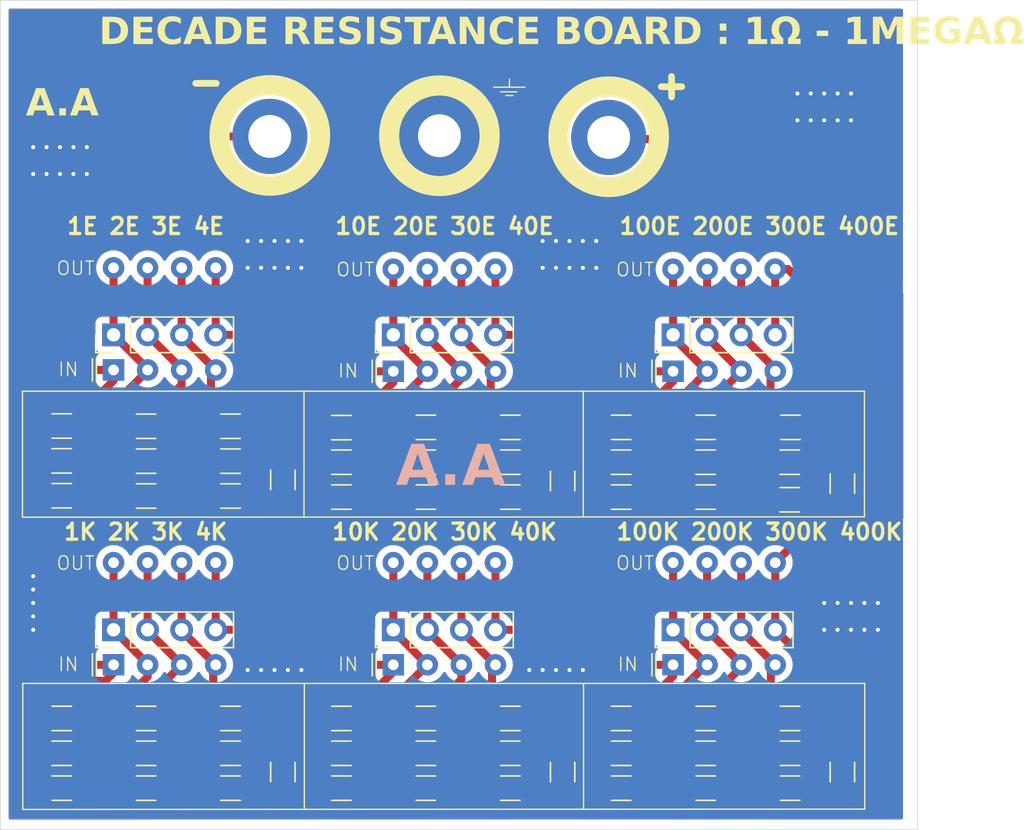
<source format=kicad_pcb>
(kicad_pcb (version 20240108) (generator "pcbnew") (generator_version "8.0")
  (layers (0 "F.Cu" signal) (31 "B.Cu" signal) (34 "B.Paste" user) (35 "F.Paste" user) (36 "B.SilkS" user "B.Silkscreen") (37 "F.SilkS" user "F.Silkscreen") (38 "B.Mask" user) (39 "F.Mask" user) (44 "Edge.Cuts" user))
  (net 0 "")
  (net 1 "Net-(R2-Pad2)")
  (net 2 "Net-(R4-Pad2)")
  (net 3 "Net-(R10-Pad2)")
  (net 4 "Net-(R14-Pad2)")
  (net 5 "Net-(R24-Pad2)")
  (net 6 "Net-(R34-Pad2)")
  (net 7 "Net-(R44-Pad2)")
  (net 8 "Net-(R54-Pad2)")
  (net 9 "/MAIN_OUT")
  (net 10 "/MAIN_IN")
  (net 11 "/2E_IN")
  (net 12 "/3E_IN")
  (net 13 "Net-(R5-Pad1)")
  (net 14 "/4E_IN")
  (net 15 "Net-(R7-Pad2)")
  (net 16 "Net-(R8-Pad1)")
  (net 17 "/10E_IN")
  (net 18 "/20E_IN")
  (net 19 "Net-(R12-Pad2)")
  (net 20 "/30E_IN")
  (net 21 "Net-(R15-Pad1)")
  (net 22 "/40E_IN")
  (net 23 "Net-(R17-Pad2)")
  (net 24 "Net-(R18-Pad1)")
  (net 25 "Net-(R19-Pad2)")
  (net 26 "/100E_IN")
  (net 27 "/200E_IN")
  (net 28 "Net-(R22-Pad2)")
  (net 29 "/300E_IN")
  (net 30 "Net-(R25-Pad1)")
  (net 31 "/400E_IN")
  (net 32 "Net-(R27-Pad2)")
  (net 33 "Net-(R28-Pad1)")
  (net 34 "Net-(R29-Pad2)")
  (net 35 "Earth")
  (net 36 "/2K_IN")
  (net 37 "/1K_IN")
  (net 38 "Net-(R32-Pad2)")
  (net 39 "/3K_IN")
  (net 40 "Net-(R35-Pad1)")
  (net 41 "/4K_IN")
  (net 42 "Net-(R37-Pad2)")
  (net 43 "Net-(R38-Pad1)")
  (net 44 "Net-(R39-Pad2)")
  (net 45 "/10K_IN")
  (net 46 "/20K_IN")
  (net 47 "Net-(R42-Pad2)")
  (net 48 "/30K_IN")
  (net 49 "Net-(R45-Pad1)")
  (net 50 "/40K_IN")
  (net 51 "Net-(R47-Pad2)")
  (net 52 "Net-(R48-Pad1)")
  (net 53 "Net-(R49-Pad2)")
  (net 54 "/100K_IN")
  (net 55 "/200K_IN")
  (net 56 "Net-(R52-Pad2)")
  (net 57 "/300K_IN")
  (net 58 "Net-(R55-Pad1)")
  (net 59 "/400K_IN")
  (net 60 "Net-(R57-Pad2)")
  (net 61 "Net-(R58-Pad1)")
  (net 62 "Net-(R59-Pad2)")
  (footprint "Resistor_SMD:R_1206_3216Metric" (layer "F.Cu") (at 48.423721 84.61186)
    (property "Reference" "R34" (hide yes))
    (property "Value" "1K")
  )
  (footprint "Package-Custom:DIP-8_Stripped" (layer "F.Cu") (at 87.72628 58.72 90)
    (property "Reference" "SW1" (hide yes))
    (property "Value" "SW_DIP_x04")
  )
  (footprint "Connector_PinHeader_2.54mm:PinHeader_1x04_P2.54mm_Vertical" (layer "F.Cu") (at 66.86 78 90)
    (property "Reference" "J6" (hide yes))
    (property "Value" "Conn_01x04_Pin")
  )
  (footprint "Package-Custom:DIP-8_Stripped" (layer "F.Cu") (at 87.72628 80.61186 90)
    (property "Reference" "SW29" (hide yes))
    (property "Value" "SW_DIP_x04")
  )
  (footprint "Resistor_SMD:R_1206_3216Metric" (layer "F.Cu") (at 75.59 87.21186)
    (property "Reference" "R48" (hide yes))
    (property "Value" "10K")
  )
  (footprint "Resistor_SMD:R_1206_3216Metric" (layer "F.Cu") (at 42.123721 89.81186 180)
    (property "Reference" "R33" (hide yes))
    (property "Value" "1K")
  )
  (footprint "Resistor_SMD:R_1206_3216Metric" (layer "F.Cu") (at 96.45628 84.61186)
    (property "Reference" "R57" (hide yes))
    (property "Value" "100K")
  )
  (footprint "Resistor_SMD:R_1206_3216Metric" (layer "F.Cu") (at 90.161221 62.9)
    (property "Reference" "R24" (hide yes))
    (property "Value" "100E")
  )
  (footprint "Resistor_SMD:R_1206_3216Metric" (layer "F.Cu") (at 90.161221 84.61186)
    (property "Reference" "R54" (hide yes))
    (property "Value" "100K")
  )
  (footprint "Package-Custom:DIP-8_Stripped" (layer "F.Cu") (at 45.993721 80.61186 90)
    (property "Reference" "SW27" (hide yes))
    (property "Value" "SW_DIP_x04")
  )
  (footprint "Resistor_SMD:R_1206_3216Metric" (layer "F.Cu") (at 83.85628 68.1 180)
    (property "Reference" "R23" (hide yes))
    (property "Value" "100E")
  )
  (footprint "Resistor_SMD:R_1206_3216Metric" (layer "F.Cu") (at 54.723721 65.42)
    (property "Reference" "R8" (hide yes))
    (property "Value" "1E")
  )
  (footprint "Resistor_SMD:R_1206_3216Metric" (layer "F.Cu") (at 62.99 89.81186 180)
    (property "Reference" "R43" (hide yes))
    (property "Value" "10K")
  )
  (footprint "Resistor_SMD:R_1206_3216Metric" (layer "F.Cu") (at 75.59 65.5)
    (property "Reference" "R18" (hide yes))
    (property "Value" "10E")
  )
  (footprint "Resistor_SMD:R_1206_3216Metric" (layer "F.Cu") (at 69.29 68.1)
    (property "Reference" "R16" (hide yes))
    (property "Value" "10E")
  )
  (footprint "Resistor_SMD:R_1206_3216Metric" (layer "F.Cu") (at 96.45628 89.81186)
    (property "Reference" "R59" (hide yes))
    (property "Value" "100K")
  )
  (footprint "Resistor_SMD:R_1206_3216Metric" (layer "F.Cu") (at 48.423721 62.82)
    (property "Reference" "R4" (hide yes))
    (property "Value" "1E")
  )
  (footprint "Connector_PinHeader_2.54mm:PinHeader_1x04_P2.54mm_Vertical" (layer "F.Cu") (at 45.993721 56 90)
    (property "Reference" "J3" (hide yes))
    (property "Value" "Conn_01x04_Pin")
  )
  (footprint "Resistor_SMD:R_1206_3216Metric" (layer "F.Cu") (at 54.723721 89.81186)
    (property "Reference" "R39" (hide yes))
    (property "Value" "1K")
  )
  (footprint "Resistor_SMD:R_1206_3216Metric" (layer "F.Cu") (at 42.123721 65.4 180)
    (property "Reference" "R2" (hide yes))
    (property "Value" "1E")
  )
  (footprint "Connector_PinHeader_2.54mm:PinHeader_1x04_P2.54mm_Vertical" (layer "F.Cu") (at 66.86 56 90)
    (property "Reference" "J4" (hide yes))
    (property "Value" "Conn_01x04_Pin")
  )
  (footprint "Resistor_SMD:R_1206_3216Metric" (layer "F.Cu") (at 69.29 87.21186)
    (property "Reference" "R45" (hide yes))
    (property "Value" "10K")
  )
  (footprint "Connector_PinHeader_2.54mm:PinHeader_1x04_P2.54mm_Vertical" (layer "F.Cu") (at 87.72628 56 90)
    (property "Reference" "J5" (hide yes))
    (property "Value" "Conn_01x04_Pin")
  )
  (footprint "Resistor_SMD:R_1206_3216Metric" (layer "F.Cu") (at 96.48753 62.9)
    (property "Reference" "R27" (hide yes))
    (property "Value" "100E")
  )
  (footprint "Connector_PinHeader_2.54mm:PinHeader_1x04_P2.54mm_Vertical" (layer "F.Cu") (at 45.993721 78 90)
    (property "Reference" "J7" (hide yes))
    (property "Value" "Conn_01x04_Pin")
  )
  (footprint "MountingHole:MountingHole_3.2mm_M3_DIN965_Pad" (layer "F.Cu") (at 70.3 41.15)
    (property "Reference" "J9")
    (property "Value" "Conn_01x01_Socket")
  )
  (footprint "Resistor_SMD:R_1206_3216Metric" (layer "F.Cu") (at 62.99 68.1 180)
    (property "Reference" "R13" (hide yes))
    (property "Value" "10E")
  )
  (footprint "Resistor_SMD:R_1206_3216Metric" (layer "F.Cu") (at 62.99 84.61186)
    (property "Reference" "R41" (hide yes))
    (property "Value" "10K")
  )
  (footprint "Resistor_SMD:R_1206_3216Metric" (layer "F.Cu") (at 96.42503 68.3)
    (property "Reference" "R29" (hide yes))
    (property "Value" "100E")
  )
  (footprint "Resistor_SMD:R_1206_3216Metric" (layer "F.Cu") (at 83.85628 87.21186 180)
    (property "Reference" "R52" (hide yes))
    (property "Value" "100K")
  )
  (footprint "Resistor_SMD:R_1206_3216Metric" (layer "F.Cu") (at 75.59 89.81186)
    (property "Reference" "R49" (hide yes))
    (property "Value" "10K")
  )
  (footprint "Resistor_SMD:R_1206_3216Metric" (layer "F.Cu") (at 79.49 88.61186 -90)
    (property "Reference" "R50" (hide yes))
    (property "Value" "10K")
  )
  (footprint "Resistor_SMD:R_1206_3216Metric" (layer "F.Cu") (at 100.35628 88.61186 -90)
    (property "Reference" "R60" (hide yes))
    (property "Value" "100K")
  )
  (footprint "Resistor_SMD:R_1206_3216Metric" (layer "F.Cu") (at 69.29 62.9)
    (property "Reference" "R14" (hide yes))
    (property "Value" "10E")
  )
  (footprint "Resistor_SMD:R_1206_3216Metric" (layer "F.Cu") (at 42.123721 62.8)
    (property "Reference" "R1" (hide yes))
    (property "Value" "1E")
  )
  (footprint "Resistor_SMD:R_1206_3216Metric" (layer "F.Cu") (at 42.123721 84.61186)
    (property "Reference" "R31" (hide yes))
    (property "Value" "1K")
  )
  (footprint "Resistor_SMD:R_1206_3216Metric" (layer "F.Cu") (at 96.42503 65.5)
    (property "Reference" "R28" (hide yes))
    (property "Value" "100E")
  )
  (footprint "Resistor_SMD:R_1206_3216Metric" (layer "F.Cu") (at 90.161221 89.81186)
    (property "Reference" "R56" (hide yes))
    (property "Value" "100K")
  )
  (footprint "Resistor_SMD:R_1206_3216Metric" (layer "F.Cu") (at 54.723721 62.82)
    (property "Reference" "R7" (hide yes))
    (property "Value" "1E")
  )
  (footprint "Resistor_SMD:R_1206_3216Metric" (layer "F.Cu") (at 90.161221 65.5)
    (property "Reference" "R25" (hide yes))
    (property "Value" "100E")
  )
  (footprint "Resistor_SMD:R_1206_3216Metric" (layer "F.Cu") (at 48.423721 89.81186)
    (property "Reference" "R36" (hide yes))
    (property "Value" "1K")
  )
  (footprint "Resistor_SMD:R_1206_3216Metric" (layer "F.Cu") (at 83.85628 65.5 180)
    (property "Reference" "R22" (hide yes))
    (property "Value" "100E")
  )
  (footprint "Resistor_SMD:R_1206_3216Metric" (layer "F.Cu") (at 83.85628 62.9)
    (property "Reference" "R21" (hide yes))
    (property "Value" "100E")
  )
  (footprint "Resistor_SMD:R_1206_3216Metric" (layer "F.Cu") (at 69.29 65.5)
    (property "Reference" "R15" (hide yes))
    (property "Value" "10E")
  )
  (footprint "Resistor_SMD:R_1206_3216Metric" (layer "F.Cu") (at 62.99 65.5 180)
    (property "Reference" "R12" (hide yes))
    (property "Value" "10E")
  )
  (footprint "Package-Custom:DIP-8_Stripped" (layer "F.Cu") (at 66.86 58.72 90)
    (property "Reference" "SW26" (hide yes))
    (property "Value" "SW_DIP_x04")
  )
  (footprint "Resistor_SMD:R_1206_3216Metric" (layer "F.Cu") (at 48.423721 65.42)
    (property "Reference" "R5" (hide yes))
    (property "Value" "1E")
  )
  (footprint "Resistor_SMD:R_1206_3216Metric" (layer "F.Cu") (at 96.45628 87.21186)
    (property "Reference" "R58" (hide yes))
    (property "Value" "100K")
  )
  (footprint "Resistor_SMD:R_1206_3216Metric" (layer "F.Cu") (at 62.99 62.92)
    (property "Reference" "R11" (hide yes))
    (property "Value" "10E")
  )
  (footprint "Resistor_SMD:R_1206_3216Metric" (layer "F.Cu") (at 75.59 68.1)
    (property "Reference" "R19" (hide yes))
    (property "Value" "10E")
  )
  (footprint "Resistor_SMD:R_1206_3216Metric" (layer "F.Cu") (at 79.49 66.9 -90)
    (property "Reference" "R20" (hide yes))
    (property "Value" "10E")
  )
  (footprint "Resistor_SMD:R_1206_3216Metric" (layer "F.Cu") (at 100.35628 67.1 -90)
    (property "Reference" "R30" (hide yes))
    (property "Value" "100E")
  )
  (footprint "Resistor_SMD:R_1206_3216Metric" (layer "F.Cu") (at 62.99 87.21186 180)
    (property "Reference" "R42" (hide yes))
    (property "Value" "10K")
  )
  (footprint "Resistor_SMD:R_1206_3216Metric" (layer "F.Cu") (at 42.123721 68 180)
    (property "Reference" "R3" (hide yes))
    (property "Value" "1E")
  )
  (footprint "Resistor_SMD:R_1206_3216Metric" (layer "F.Cu") (at 42.123721 87.21186 180)
    (property "Reference" "R32" (hide yes))
    (property "Value" "1K")
  )
  (footprint "Resistor_SMD:R_1206_3216Metric" (layer "F.Cu") (at 75.59 84.61186)
    (property "Reference" "R47" (hide yes))
    (property "Value" "10K")
  )
  (footprint "Resistor_SMD:R_1206_3216Metric" (layer "F.Cu") (at 58.623721 88.61186 -90)
    (property "Reference" "R40" (hide yes))
    (property "Value" "1K")
  )
  (footprint "Connector_PinHeader_2.54mm:PinHeader_1x04_P2.54mm_Vertical" (layer "F.Cu") (at 87.72628 78 90)
    (property "Reference" "J8" (hide yes))
    (property "Value" "Conn_01x04_Pin")
  )
  (footprint "Resistor_SMD:R_1206_3216Metric" (layer "F.Cu") (at 83.85628 84.61186)
    (property "Reference" "R51" (hide yes))
    (property "Value" "100K")
  )
  (footprint "Resistor_SMD:R_1206_3216Metric" (layer "F.Cu") (at 48.423721 87.21186)
    (property "Reference" "R35" (hide yes))
    (property "Value" "1K")
  )
  (footprint "Package-Custom:DIP-8_Stripped" (layer "F.Cu") (at 45.993721 58.62 90)
    (property "Reference" "SW25" (hide yes))
    (property "Value" "SW_DIP_x04")
  )
  (footprint "MountingHole:MountingHole_3.2mm_M3_DIN965_Pad" (layer "F.Cu") (at 57.65 41.2)
    (property "Reference" "J2" (hide yes))
    (property "Value" "Conn_01x01_Socket")
  )
  (footprint "Resistor_SMD:R_1206_3216Metric" (layer "F.Cu") (at 54.723721 84.61186)
    (property "Reference" "R37" (hide yes))
    (property "Value" "1K")
  )
  (footprint "Resistor_SMD:R_1206_3216Metric" (layer "F.Cu") (at 48.423721 68.02)
    (property "Reference" "R6" (hide yes))
    (property "Value" "1E")
  )
  (footprint "Resistor_SMD:R_1206_3216Metric" (layer "F.Cu") (at 90.161221 68.1)
    (property "Reference" "R26" (hide yes))
    (property "Value" "100E")
  )
  (footprint "Resistor_SMD:R_1206_3216Metric" (layer "F.Cu") (at 75.59 62.9)
    (property "Reference" "R17" (hide yes))
    (property "Value" "10E")
  )
  (footprint "Resistor_SMD:R_1206_3216Metric" (layer "F.Cu") (at 54.723721 68.02)
    (property "Reference" "R9" (hide yes))
    (property "Value" "1E")
  )
  (footprint "Resistor_SMD:R_1206_3216Metric" (layer "F.Cu") (at 58.623721 66.82 -90)
    (property "Reference" "R10" (hide yes))
    (property "Value" "1E")
  )
  (footprint "Resistor_SMD:R_1206_3216Metric" (layer "F.Cu") (at 69.29 89.81186)
    (property "Reference" "R46" (hide yes))
    (property "Value" "10K")
  )
  (footprint "Resistor_SMD:R_1206_3216Metric" (layer "F.Cu") (at 83.85628 89.81186 180)
    (property "Reference" "R53" (hide yes))
    (property "Value" "100K")
  )
  (footprint "MountingHole:MountingHole_3.2mm_M3_DIN965_Pad" (layer "F.Cu") (at 82.925 41.275 180)
    (property "Reference" "J1" (hide yes))
    (property "Value" "Conn_01x01_Socket")
  )
  (footprint "Resistor_SMD:R_1206_3216Metric" (layer "F.Cu") (at 54.723721 87.21186)
    (property "Reference" "R38" (hide yes))
    (property "Value" "1K")
  )
  (footprint "Package-Custom:DIP-8_Stripped" (layer "F.Cu") (at 66.86 80.61186 90)
    (property "Reference" "SW28" (hide yes))
    (property "Value" "SW_DIP_x04")
  )
  (footprint "Resistor_SMD:R_1206_3216Metric" (layer "F.Cu") (at 90.161221 87.21186)
    (property "Reference" "R55" (hide yes))
    (property "Value" "100K")
  )
  (footprint "Resistor_SMD:R_1206_3216Metric" (layer "F.Cu") (at 69.29 84.61186)
    (property "Reference" "R44" (hide yes))
    (property "Value" "10K")
  )
  (gr_line (start 102.025 91.375) (end 39.225 91.4) (stroke (width 0.1)) (layer "F.SilkS"))
  (gr_line (start 81.05 82) (end 81.05 91.325) (stroke (width 0.1)) (layer "F.SilkS"))
  (gr_line (start 81.025 60.2) (end 81.025 69.525) (stroke (width 0.1)) (layer "F.SilkS"))
  (gr_line (start 102.025 82) (end 102.025 91.375) (stroke (width 0.1)) (layer "F.SilkS"))
  (gr_line (start 74.85 37.875) (end 76.075 37.875) (stroke (width 0.1)) (layer "F.SilkS"))
  (gr_circle (center 57.65 41.125) (end 61.4 41.125) (stroke (width 1.5)) (fill none) (layer "F.SilkS"))
  (gr_line (start 39.2 60.2) (end 102 60.2) (stroke (width 0.1)) (layer "F.SilkS"))
  (gr_line (start 102 60.2) (end 102 69.575) (stroke (width 0.1)) (layer "F.SilkS"))
  (gr_line (start 39.225 91.4) (end 39.225 82) (stroke (width 0.1)) (layer "F.SilkS"))
  (gr_circle (center 70.3 41.15) (end 74.05 41.15) (stroke (width 1.5)) (fill none) (layer "F.SilkS"))
  (gr_line (start 75.525 36.925) (end 75.5125 37.525) (stroke (width 0.1)) (layer "F.SilkS"))
  (gr_line (start 74.35 37.525) (end 76.675 37.525) (stroke (width 0.1)) (layer "F.SilkS"))
  (gr_line (start 75.25 38.15) (end 75.775 38.15) (stroke (width 0.1)) (layer "F.SilkS"))
  (gr_line (start 39.2 69.6) (end 39.2 60.2) (stroke (width 0.1)) (layer "F.SilkS"))
  (gr_line (start 60.225 82) (end 60.225 91.4) (stroke (width 0.1)) (layer "F.SilkS"))
  (gr_line (start 102 69.575) (end 39.2 69.6) (stroke (width 0.1)) (layer "F.SilkS"))
  (gr_circle (center 82.925 41.225) (end 86.675 41.225) (stroke (width 1.5)) (fill none) (layer "F.SilkS"))
  (gr_line (start 60.2 60.2) (end 60.2 69.6) (stroke (width 0.1)) (layer "F.SilkS"))
  (gr_line (start 39.225 82) (end 102.025 82) (stroke (width 0.1)) (layer "F.SilkS"))
  (gr_rect (start 37.55 31.05) (end 105.95 92.9) (stroke (width 0.05)) (fill none) (layer "Edge.Cuts"))
  (gr_text "A.A" (at 75.225 67.7 0) (layer "B.SilkS") (effects (font (size 3 3) (thickness 0.1)) (justify left bottom mirror)))
  (gr_text "1K 2K 3K 4K" (at 42.171428 71.4 0) (layer "F.SilkS") (effects (font (size 1.2 1.2) (thickness 0.25) (bold yes)) (justify left bottom)))
  (gr_text "10K 20K 30K 40K" (at 62.171428 71.4 0) (layer "F.SilkS") (effects (font (size 1.2 1.2) (thickness 0.25) (bold yes)) (justify left bottom)))
  (gr_text "100E 200E 300E 400E" (at 83.6 48.6 0) (layer "F.SilkS") (effects (font (size 1.2 1.2) (thickness 0.25) (bold yes)) (justify left bottom)))
  (gr_text "100K 200K 300K 400K" (at 83.371428 71.4 0) (layer "F.SilkS") (effects (font (size 1.2 1.2) (thickness 0.25) (bold yes)) (justify left bottom)))
  (gr_text "A.A" (at 39.45 39.975 0) (layer "F.SilkS") (effects (font (size 2 2) (thickness 0.25)) (justify left bottom)))
  (gr_text "10E 20E 30E 40E" (at 62.4 48.6 0) (layer "F.SilkS") (effects (font (size 1.2 1.2) (thickness 0.25) (bold yes)) (justify left bottom)))
  (gr_text "+" (at 86.05 38.525 0) (layer "F.SilkS") (effects (font (size 2 2) (thickness 0.5) (bold yes)) (justify left bottom)))
  (gr_text "1E 2E 3E 4E" (at 42.4 48.6 0) (layer "F.SilkS") (effects (font (size 1.2 1.2) (thickness 0.25) (bold yes)) (justify left bottom)))
  (gr_text "DECADE RESISTANCE BOARD : 1Ω - 1MEGAΩ" (at 44.9 34.65 0) (layer "F.SilkS") (effects (font (size 2 2) (thickness 0.5) (bold yes)) (justify left bottom)))
  (gr_text "-" (at 51.325 38.275 0) (layer "F.SilkS") (effects (font (size 2 2) (thickness 0.5) (bold yes)) (justify left bottom)))
  (segment (start 40.661221 65.4) (end 40.661221 68) (width 0.6) (layer "F.Cu") (net 1))
  (segment (start 49.886221 62.82) (end 49.886221 65.42) (width 0.6) (layer "F.Cu") (net 2))
  (segment (start 56.186221 68.186221) (end 56.4 68.4) (width 0.6) (layer "F.Cu") (net 3))
  (segment (start 56.186221 68.186221) (end 56.2825 68.2825) (width 0.6) (layer "F.Cu") (net 3))
  (segment (start 56.186221 68.02) (end 56.186221 68.186221) (width 0.6) (layer "F.Cu") (net 3))
  (segment (start 56.2825 68.2825) (end 58.623721 68.2825) (width 0.6) (layer "F.Cu") (net 3))
  (segment (start 70.7525 65.5) (end 70.7525 62.9) (width 0.6) (layer "F.Cu") (net 4))
  (segment (start 91.623721 62.9) (end 91.623721 65.5) (width 0.6) (layer "F.Cu") (net 5))
  (segment (start 49.886221 84.61186) (end 49.886221 87.21186) (width 0.6) (layer "F.Cu") (net 6))
  (segment (start 70.7525 87.21186) (end 70.7525 84.61186) (width 0.6) (layer "F.Cu") (net 7))
  (segment (start 91.623721 87.21186) (end 91.623721 84.61186) (width 0.6) (layer "F.Cu") (net 8))
  (segment (start 83.05 41.4) (end 82.925 41.275) (width 0.6) (layer "F.Cu") (net 9))
  (segment (start 96.53814 71.8) (end 102.4 71.8) (width 0.6) (layer "F.Cu") (net 9))
  (segment (start 102.4 71.8) (end 104.6 69.6) (width 0.6) (layer "F.Cu") (net 9))
  (segment (start 104.6 69.6) (end 104.6 53) (width 0.6) (layer "F.Cu") (net 9))
  (segment (start 93 41.4) (end 83.05 41.4) (width 0.6) (layer "F.Cu") (net 9))
  (segment (start 95.34628 72.99186) (end 96.53814 71.8) (width 0.6) (layer "F.Cu") (net 9))
  (segment (start 95.34628 78) (end 95.34628 72.99186) (width 0.6) (layer "F.Cu") (net 9))
  (segment (start 104.6 53) (end 93 41.4) (width 0.6) (layer "F.Cu") (net 9))
  (segment (start 100.35628 87.14936) (end 100.35628 83.01) (width 0.6) (layer "F.Cu") (net 9))
  (segment (start 100.35628 83.01) (end 95.34628 78) (width 0.6) (layer "F.Cu") (net 9))
  (segment (start 43 47.2) (end 49 41.2) (width 0.6) (layer "F.Cu") (net 10))
  (segment (start 45.993721 58.62) (end 45.993721 59.41314) (width 0.6) (layer "F.Cu") (net 10))
  (segment (start 43 57.2) (end 43 47.2) (width 0.6) (layer "F.Cu") (net 10))
  (segment (start 45.993721 59.41314) (end 45.006861 60.4) (width 0.6) (layer "F.Cu") (net 10))
  (segment (start 49 41.2) (end 57.65 41.2) (width 0.6) (layer "F.Cu") (net 10))
  (segment (start 45.006861 60.4) (end 41.8 60.4) (width 0.6) (layer "F.Cu") (net 10))
  (segment (start 44.42 58.62) (end 43 57.2) (width 0.6) (layer "F.Cu") (net 10))
  (segment (start 45.993721 58.62) (end 44.42 58.62) (width 0.6) (layer "F.Cu") (net 10))
  (segment (start 41.8 60.4) (end 40.661221 61.538779) (width 0.6) (layer "F.Cu") (net 10))
  (segment (start 40.661221 61.538779) (end 40.661221 62.8) (width 0.6) (layer "F.Cu") (net 10))
  (segment (start 48.533721 58.666279) (end 48.533721 58.62) (width 0.6) (layer "F.Cu") (net 11))
  (segment (start 48.533721 58.54) (end 45.993721 56) (width 0.6) (layer "F.Cu") (net 11))
  (segment (start 44.4 62.8) (end 48.533721 58.666279) (width 0.6) (layer "F.Cu") (net 11))
  (segment (start 43.586221 62.8) (end 44.4 62.8) (width 0.6) (layer "F.Cu") (net 11))
  (segment (start 48.533721 58.62) (end 48.533721 58.54) (width 0.6) (layer "F.Cu") (net 11))
  (segment (start 45.993721 51) (end 45.993721 56) (width 0.6) (layer "F.Cu") (net 11))
  (segment (start 43.586221 62.8) (end 43.586221 65.4) (width 0.6) (layer "F.Cu") (net 11))
  (segment (start 48.533721 51) (end 48.533721 56) (width 0.6) (layer "F.Cu") (net 12))
  (segment (start 45.2 67.2) (end 45.2 63.8) (width 0.6) (layer "F.Cu") (net 12))
  (segment (start 51.073721 59.726279) (end 51.073721 58.62) (width 0.6) (layer "F.Cu") (net 12))
  (segment (start 46.961221 62.82) (end 46.98 62.82) (width 0.6) (layer "F.Cu") (net 12))
  (segment (start 51.073721 58.54) (end 48.533721 56) (width 0.6) (layer "F.Cu") (net 12))
  (segment (start 43.586221 68) (end 44.4 68) (width 0.6) (layer "F.Cu") (net 12))
  (segment (start 46.98 62.82) (end 49 60.8) (width 0.6) (layer "F.Cu") (net 12))
  (segment (start 45.2 63.8) (end 46.18 62.82) (width 0.6) (layer "F.Cu") (net 12))
  (segment (start 50 60.8) (end 51.073721 59.726279) (width 0.6) (layer "F.Cu") (net 12))
  (segment (start 51.073721 58.62) (end 51.073721 58.54) (width 0.6) (layer "F.Cu") (net 12))
  (segment (start 44.4 68) (end 45.2 67.2) (width 0.6) (layer "F.Cu") (net 12))
  (segment (start 46.18 62.82) (end 46.961221 62.82) (width 0.6) (layer "F.Cu") (net 12))
  (segment (start 49 60.8) (end 50 60.8) (width 0.6) (layer "F.Cu") (net 12))
  (segment (start 46.961221 65.42) (end 46.961221 68.02) (width 0.6) (layer "F.Cu") (net 13))
  (segment (start 51.073721 56) (end 51.073721 56.08) (width 0.6) (layer "F.Cu") (net 14))
  (segment (start 51.073721 56.08) (end 53.613721 58.62) (width 0.6) (layer "F.Cu") (net 14))
  (segment (start 53.261221 58.9725) (end 53.613721 58.62) (width 0.6) (layer "F.Cu") (net 14))
  (segment (start 51.6 67.2) (end 51.6 63.8) (width 0.6) (layer "F.Cu") (net 14))
  (segment (start 51.6 63.8) (end 52.58 62.82) (width 0.6) (layer "F.Cu") (net 14))
  (segment (start 53.261221 62.82) (end 53.261221 58.9725) (width 0.6) (layer "F.Cu") (net 14))
  (segment (start 49.886221 68.02) (end 50.78 68.02) (width 0.6) (layer "F.Cu") (net 14))
  (segment (start 52.58 62.82) (end 53.261221 62.82) (width 0.6) (layer "F.Cu") (net 14))
  (segment (start 50.78 68.02) (end 51.6 67.2) (width 0.6) (layer "F.Cu") (net 14))
  (segment (start 51.073721 51) (end 51.073721 56) (width 0.6) (layer "F.Cu") (net 14))
  (segment (start 56.186221 62.82) (end 56.186221 65.42) (width 0.6) (layer "F.Cu") (net 15))
  (segment (start 53.261221 65.42) (end 53.261221 68.02) (width 0.6) (layer "F.Cu") (net 16))
  (segment (start 64.72 58.72) (end 66.86 58.72) (width 0.6) (layer "F.Cu") (net 17))
  (segment (start 65.6 60.8) (end 63.6475 60.8) (width 0.6) (layer "F.Cu") (net 17))
  (segment (start 63.6475 60.8) (end 61.5275 62.92) (width 0.6) (layer "F.Cu") (net 17))
  (segment (start 66.86 58.72) (end 66.86 59.54) (width 0.6) (layer "F.Cu") (net 17))
  (segment (start 66.86 59.54) (end 65.6 60.8) (width 0.6) (layer "F.Cu") (net 17))
  (segment (start 53.613721 56) (end 62 56) (width 0.6) (layer "F.Cu") (net 17))
  (segment (start 53.613721 56) (end 53.613721 51) (width 0.6) (layer "F.Cu") (net 17))
  (segment (start 58.623721 65.3575) (end 58.623721 63.576279) (width 0.6) (layer "F.Cu") (net 17))
  (segment (start 59.28 62.92) (end 61.5275 62.92) (width 0.6) (layer "F.Cu") (net 17))
  (segment (start 58.623721 63.576279) (end 59.28 62.92) (width 0.6) (layer "F.Cu") (net 17))
  (segment (start 62 56) (end 64.72 58.72) (width 0.6) (layer "F.Cu") (net 17))
  (segment (start 69.4 58.8) (end 69.4 58.72) (width 0.6) (layer "F.Cu") (net 18))
  (segment (start 66.86 56) (end 66.86 56.18) (width 0.6) (layer "F.Cu") (net 18))
  (segment (start 66.86 56.18) (end 69.4 58.72) (width 0.6) (layer "F.Cu") (net 18))
  (segment (start 65.28 62.92) (end 69.4 58.8) (width 0.6) (layer "F.Cu") (net 18))
  (segment (start 64.4525 62.92) (end 65.28 62.92) (width 0.6) (layer "F.Cu") (net 18))
  (segment (start 66.86 51.1) (end 66.86 56) (width 0.6) (layer "F.Cu") (net 18))
  (segment (start 64.4525 65.5) (end 64.4525 62.92) (width 0.6) (layer "F.Cu") (net 18))
  (segment (start 61.5275 65.5) (end 61.5275 68.1) (width 0.6) (layer "F.Cu") (net 19))
  (segment (start 68.3 62.9) (end 71.94 59.26) (width 0.6) (layer "F.Cu") (net 20))
  (segment (start 69.4 51.1) (end 69.4 56) (width 0.6) (layer "F.Cu") (net 20))
  (segment (start 66.9 62.9) (end 67.8275 62.9) (width 0.6) (layer "F.Cu") (net 20))
  (segment (start 67.8275 62.9) (end 68.3 62.9) (width 0.6) (layer "F.Cu") (net 20))
  (segment (start 64.4525 68.1) (end 66 66.5525) (width 0.6) (layer "F.Cu") (net 20))
  (segment (start 66 63.8) (end 66.9 62.9) (width 0.6) (layer "F.Cu") (net 20))
  (segment (start 71.94 59.26) (end 71.94 58.72) (width 0.6) (layer "F.Cu") (net 20))
  (segment (start 69.4 56) (end 69.4 56.18) (width 0.6) (layer "F.Cu") (net 20))
  (segment (start 69.4 56.18) (end 71.94 58.72) (width 0.6) (layer "F.Cu") (net 20))
  (segment (start 66 66.5525) (end 66 63.8) (width 0.6) (layer "F.Cu") (net 20))
  (segment (start 67.8275 65.5) (end 67.8275 68.1) (width 0.6) (layer "F.Cu") (net 21))
  (segment (start 71.94 56) (end 71.94 56.18) (width 0.6) (layer "F.Cu") (net 22))
  (segment (start 71.94 56.18) (end 74.48 58.72) (width 0.6) (layer "F.Cu") (net 22))
  (segment (start 70.7525 68.1) (end 72.1 68.1) (width 0.6) (layer "F.Cu") (net 22))
  (segment (start 72.6 63.4) (end 73.1 62.9) (width 0.6) (layer "F.Cu") (net 22))
  (segment (start 72.6 67.6) (end 72.6 63.4) (width 0.6) (layer "F.Cu") (net 22))
  (segment (start 71.94 51.1) (end 71.94 56) (width 0.6) (layer "F.Cu") (net 22))
  (segment (start 74.1275 59.0725) (end 74.48 58.72) (width 0.6) (layer "F.Cu") (net 22))
  (segment (start 72.1 68.1) (end 72.6 67.6) (width 0.6) (layer "F.Cu") (net 22))
  (segment (start 74.1275 62.9) (end 74.1275 59.0725) (width 0.6) (layer "F.Cu") (net 22))
  (segment (start 73.1 62.9) (end 74.1275 62.9) (width 0.6) (layer "F.Cu") (net 22))
  (segment (start 77.0525 62.9) (end 77.0525 65.5) (width 0.6) (layer "F.Cu") (net 23))
  (segment (start 74.1275 65.5) (end 74.1275 68.1) (width 0.6) (layer "F.Cu") (net 24))
  (segment (start 77.0525 68.1) (end 77.0525 68.2525) (width 0.6) (layer "F.Cu") (net 25))
  (segment (start 77.0525 68.2525) (end 77.1625 68.3625) (width 0.6) (layer "F.Cu") (net 25))
  (segment (start 77.1625 68.3625) (end 79.49 68.3625) (width 0.6) (layer "F.Cu") (net 25))
  (segment (start 77.0525 68.2525) (end 77.2 68.4) (width 0.6) (layer "F.Cu") (net 25))
  (segment (start 85.72 58.72) (end 87.72628 58.72) (width 0.6) (layer "F.Cu") (net 26))
  (segment (start 79.49 65.4375) (end 79.49 63.71) (width 0.6) (layer "F.Cu") (net 26))
  (segment (start 82.39378 61.40622) (end 83 60.8) (width 0.6) (layer "F.Cu") (net 26))
  (segment (start 80.3 62.9) (end 82.39378 62.9) (width 0.6) (layer "F.Cu") (net 26))
  (segment (start 79.49 63.71) (end 80.3 62.9) (width 0.6) (layer "F.Cu") (net 26))
  (segment (start 82.39378 62.9) (end 82.39378 61.40622) (width 0.6) (layer "F.Cu") (net 26))
  (segment (start 86.4 60.8) (end 87.72628 59.47372) (width 0.6) (layer "F.Cu") (net 26))
  (segment (start 83 56) (end 85.72 58.72) (width 0.6) (layer "F.Cu") (net 26))
  (segment (start 74.48 51.1) (end 74.48 56) (width 0.6) (layer "F.Cu") (net 26))
  (segment (start 74.48 56) (end 83 56) (width 0.6) (layer "F.Cu") (net 26))
  (segment (start 87.72628 59.47372) (end 87.72628 58.72) (width 0.6) (layer "F.Cu") (net 26))
  (segment (start 83 60.8) (end 86.4 60.8) (width 0.6) (layer "F.Cu") (net 26))
  (segment (start 87.72628 51.1) (end 87.72628 56) (width 0.6) (layer "F.Cu") (net 27))
  (segment (start 87.72628 56) (end 87.72628 56.18) (width 0.6) (layer "F.Cu") (net 27))
  (segment (start 85.31878 62.9) (end 85.31878 65.5) (width 0.6) (layer "F.Cu") (net 27))
  (segment (start 87.72628 56.18) (end 90.26628 58.72) (width 0.6) (layer "F.Cu") (net 27))
  (segment (start 85.31878 62.9) (end 86.1 62.9) (width 0.6) (layer "F.Cu") (net 27))
  (segment (start 90.26628 58.73372) (end 90.26628 58.72) (width 0.6) (layer "F.Cu") (net 27))
  (segment (start 86.1 62.9) (end 90.26628 58.73372) (width 0.6) (layer "F.Cu") (net 27))
  (segment (start 82.39378 68.1) (end 82.39378 65.5) (width 0.6) (layer "F.Cu") (net 28))
  (segment (start 90.26628 56) (end 90.26628 56.18) (width 0.6) (layer "F.Cu") (net 29))
  (segment (start 87 64.6) (end 88.698721 62.901279) (width 0.6) (layer "F.Cu") (net 29))
  (segment (start 90.26628 56.18) (end 92.80628 58.72) (width 0.6) (layer "F.Cu") (net 29))
  (segment (start 86.1 68.1) (end 87 67.2) (width 0.6) (layer "F.Cu") (net 29))
  (segment (start 88.698721 62.827559) (end 88.698721 62.9) (width 0.6) (layer "F.Cu") (net 29))
  (segment (start 87 67.2) (end 87 64.6) (width 0.6) (layer "F.Cu") (net 29))
  (segment (start 92.80628 58.72) (end 88.698721 62.827559) (width 0.6) (layer "F.Cu") (net 29))
  (segment (start 88.698721 62.901279) (end 88.698721 62.9) (width 0.6) (layer "F.Cu") (net 29))
  (segment (start 85.31878 68.1) (end 86.1 68.1) (width 0.6) (layer "F.Cu") (net 29))
  (segment (start 90.26628 51.1) (end 90.26628 56) (width 0.6) (layer "F.Cu") (net 29))
  (segment (start 88.698721 65.5) (end 88.698721 68.1) (width 0.6) (layer "F.Cu") (net 30))
  (segment (start 93.4 67.4) (end 93.4 63.6) (width 0.6) (layer "F.Cu") (net 31))
  (segment (start 92.80628 51.1) (end 92.80628 56) (width 0.6) (layer "F.Cu") (net 31))
  (segment (start 95.34628 58.72) (end 95 59.06628) (width 0.6) (layer "F.Cu") (net 31))
  (segment (start 95.34628 58.54) (end 92.80628 56) (width 0.6) (layer "F.Cu") (net 31))
  (segment (start 94.1 62.9) (end 95.02503 62.9) (width 0.6) (layer "F.Cu") (net 31))
  (segment (start 93.4 63.6) (end 94.1 62.9) (width 0.6) (layer "F.Cu") (net 31))
  (segment (start 92.7 68.1) (end 93.4 67.4) (width 0.6) (layer "F.Cu") (net 31))
  (segment (start 91.623721 68.1) (end 92.7 68.1) (width 0.6) (layer "F.Cu") (net 31))
  (segment (start 95.34628 58.72) (end 95.34628 58.54) (width 0.6) (layer "F.Cu") (net 31))
  (segment (start 95 62.87497) (end 95.02503 62.9) (width 0.6) (layer "F.Cu") (net 31))
  (segment (start 95 59.06628) (end 95 62.87497) (width 0.6) (layer "F.Cu") (net 31))
  (segment (start 97.88753 65.5) (end 97.88753 62.9625) (width 0.6) (layer "F.Cu") (net 32))
  (segment (start 97.88753 62.9625) (end 97.95003 62.9) (width 0.6) (layer "F.Cu") (net 32))
  (segment (start 94.96253 65.5) (end 94.96253 68.3) (width 0.6) (layer "F.Cu") (net 33))
  (segment (start 97.88753 68.3) (end 98.18753 68.6) (width 0.6) (layer "F.Cu") (net 34))
  (segment (start 100.31878 68.6) (end 100.35628 68.5625) (width 0.6) (layer "F.Cu") (net 34))
  (segment (start 98.18753 68.6) (end 100.31878 68.6) (width 0.6) (layer "F.Cu") (net 34))
  (via (at 57 49) (size 0.6) (drill 0.3) (layers "F.Cu" "B.Cu") (net 35))
  (via (at 59 81) (size 0.6) (drill 0.3) (layers "F.Cu" "B.Cu") (net 35))
  (via (at 59 51) (size 0.6) (drill 0.3) (layers "F.Cu" "B.Cu") (net 35))
  (via (at 59 49) (size 0.6) (drill 0.3) (layers "F.Cu" "B.Cu") (net 35))
  (via (at 40 78) (size 0.6) (drill 0.3) (layers "F.Cu" "B.Cu") (net 35))
  (via (at 101 40) (size 0.6) (drill 0.3) (layers "F.Cu" "B.Cu") (net 35))
  (via (at 40 42) (size 0.6) (drill 0.3) (layers "F.Cu" "B.Cu") (net 35))
  (via (at 78 49) (size 0.6) (drill 0.3) (layers "F.Cu" "B.Cu") (net 35))
  (via (at 101 78) (size 0.6) (drill 0.3) (layers "F.Cu" "B.Cu") (net 35))
  (via (at 97 38) (size 0.6) (drill 0.3) (layers "F.Cu" "B.Cu") (net 35))
  (via (at 99 38) (size 0.6) (drill 0.3) (layers "F.Cu" "B.Cu") (net 35))
  (via (at 58 49) (size 0.6) (drill 0.3) (layers "F.Cu" "B.Cu") (net 35))
  (via (at 43 42) (size 0.6) (drill 0.3) (layers "F.Cu" "B.Cu") (net 35))
  (via (at 97 40) (size 0.6) (drill 0.3) (layers "F.Cu" "B.Cu") (net 35))
  (via (at 44 42) (size 0.6) (drill 0.3) (layers "F.Cu" "B.Cu") (net 35))
  (via (at 100 78) (size 0.6) (drill 0.3) (layers "F.Cu" "B.Cu") (net 35))
  (via (at 99 76) (size 0.6) (drill 0.3) (layers "F.Cu" "B.Cu") (net 35))
  (via (at 40 77) (size 0.6) (drill 0.3) (layers "F.Cu" "B.Cu") (net 35))
  (via (at 81 51) (size 0.6) (drill 0.3) (layers "F.Cu" "B.Cu") (net 35))
  (via (at 101 38) (size 0.6) (drill 0.3) (layers "F.Cu" "B.Cu") (net 35))
  (via (at 80 81) (size 0.6) (drill 0.3) (layers "F.Cu" "B.Cu") (net 35))
  (via (at 44 44) (size 0.6) (drill 0.3) (layers "F.Cu" "B.Cu") (net 35))
  (via (at 82 49) (size 0.6) (drill 0.3) (layers "F.Cu" "B.Cu") (net 35))
  (via (at 41 44) (size 0.6) (drill 0.3) (layers "F.Cu" "B.Cu") (net 35))
  (via (at 79 49) (size 0.6) (drill 0.3) (layers "F.Cu" "B.Cu") (net 35))
  (via (at 40 44) (size 0.6) (drill 0.3) (layers "F.Cu" "B.Cu") (net 35))
  (via (at 40 75) (size 0.6) (drill 0.3) (layers "F.Cu" "B.Cu") (net 35))
  (via (at 80 51) (size 0.6) (drill 0.3) (layers "F.Cu" "B.Cu") (net 35))
  (via (at 60 49) (size 0.6) (drill 0.3) (layers "F.Cu" "B.Cu") (net 35))
  (via (at 78 51) (size 0.6) (drill 0.3) (layers "F.Cu" "B.Cu") (net 35))
  (via (at 56 81) (size 0.6) (drill 0.3) (layers "F.Cu" "B.Cu") (net 35))
  (via (at 102 76) (size 0.6) (drill 0.3) (layers "F.Cu" "B.Cu") (net 35))
  (via (at 78 81) (size 0.6) (drill 0.3) (layers "F.Cu" "B.Cu") (net 35))
  (via (at 57 51) (size 0.6) (drill 0.3) (layers "F.Cu" "B.Cu") (net 35))
  (via (at 77 81) (size 0.6) (drill 0.3) (layers "F.Cu" "B.Cu") (net 35))
  (via (at 42 42) (size 0.6) (drill 0.3) (layers "F.Cu" "B.Cu") (net 35))
  (via (at 80 49) (size 0.6) (drill 0.3) (layers "F.Cu" "B.Cu") (net 35))
  (via (at 100 38) (size 0.6) (drill 0.3) (layers "F.Cu" "B.Cu") (net 35))
  (via (at 82 51) (size 0.6) (drill 0.3) (layers "F.Cu" "B.Cu") (net 35))
  (via (at 99 40) (size 0.6) (drill 0.3) (layers "F.Cu" "B.Cu") (net 35))
  (via (at 98 38) (size 0.6) (drill 0.3) (layers "F.Cu" "B.Cu") (net 35))
  (via (at 57 81) (size 0.6) (drill 0.3) (layers "F.Cu" "B.Cu") (net 35))
  (via (at 60 81) (size 0.6) (drill 0.3) (layers "F.Cu" "B.Cu") (net 35))
  (via (at 60 51) (size 0.6) (drill 0.3) (layers "F.Cu" "B.Cu") (net 35))
  (via (at 43 44) (size 0.6) (drill 0.3) (layers "F.Cu" "B.Cu") (net 35))
  (via (at 101 76) (size 0.6) (drill 0.3) (layers "F.Cu" "B.Cu") (net 35))
  (via (at 56 49) (size 0.6) (drill 0.3) (layers "F.Cu" "B.Cu") (net 35))
  (via (at 79 81) (size 0.6) (drill 0.3) (layers "F.Cu" "B.Cu") (net 35))
  (via (at 81 49) (size 0.6) (drill 0.3) (layers "F.Cu" "B.Cu") (net 35))
  (via (at 81 81) (size 0.6) (drill 0.3) (layers "F.Cu" "B.Cu") (net 35))
  (via (at 58 51) (size 0.6) (drill 0.3) (layers "F.Cu" "B.Cu") (net 35))
  (via (at 98 40) (size 0.6) (drill 0.3) (layers "F.Cu" "B.Cu") (net 35))
  (via (at 100 76) (size 0.6) (drill 0.3) (layers "F.Cu" "B.Cu") (net 35))
  (via (at 56 51) (size 0.6) (drill 0.3) (layers "F.Cu" "B.Cu") (net 35))
  (via (at 79 51) (size 0.6) (drill 0.3) (layers "F.Cu" "B.Cu") (net 35))
  (via (at 41 42) (size 0.6) (drill 0.3) (layers "F.Cu" "B.Cu") (net 35))
  (via (at 40 76) (size 0.6) (drill 0.3) (layers "F.Cu" "B.Cu") (net 35))
  (via (at 58 81) (size 0.6) (drill 0.3) (layers "F.Cu" "B.Cu") (net 35))
  (via (at 100 40) (size 0.6) (drill 0.3) (layers "F.Cu" "B.Cu") (net 35))
  (via (at 103 78) (size 0.6) (drill 0.3) (layers "F.Cu" "B.Cu") (net 35))
  (via (at 42 44) (size 0.6) (drill 0.3) (layers "F.Cu" "B.Cu") (net 35))
  (via (at 99 78) (size 0.6) (drill 0.3) (layers "F.Cu" "B.Cu") (net 35))
  (via (at 102 78) (size 0.6) (drill 0.3) (layers "F.Cu" "B.Cu") (net 35))
  (via (at 40 74) (size 0.6) (drill 0.3) (layers "F.Cu" "B.Cu") (net 35))
  (via (at 103 76) (size 0.6) (drill 0.3) (layers "F.Cu" "B.Cu") (net 35))
  (segment (start 48.533721 80.61186) (end 48.533721 81.50186) (width 0.6) (layer "F.Cu") (net 36))
  (segment (start 48.533721 81.50186) (end 47.423721 82.61186) (width 0.6) (layer "F.Cu") (net 36))
  (segment (start 48.533721 80.54) (end 45.993721 78) (width 0.6) (layer "F.Cu") (net 36))
  (segment (start 43.586221 84.61186) (end 43.586221 87.21186) (width 0.6) (layer "F.Cu") (net 36))
  (segment (start 44.18814 84.61186) (end 43.586221 84.61186) (width 0.6) (layer "F.Cu") (net 36))
  (segment (start 45.993721 72.99186) (end 45.993721 78) (width 0.6) (layer "F.Cu") (net 36))
  (segment (start 47.423721 82.61186) (end 46.18814 82.61186) (width 0.6) (layer "F.Cu") (net 36))
  (segment (start 46.18814 82.61186) (end 44.18814 84.61186) (width 0.6) (layer "F.Cu") (net 36))
  (segment (start 48.533721 80.61186) (end 48.533721 80.54) (width 0.6) (layer "F.Cu") (net 36))
  (segment (start 40.661221 84.61186) (end 43.473081 81.8) (width 0.6) (layer "F.Cu") (net 37))
  (segment (start 100.4 65.59378) (end 100.35628 65.6375) (width 0.6) (layer "F.Cu") (net 37))
  (segment (start 101.8 70.4) (end 43.8 70.4) (width 0.6) (layer "F.Cu") (net 37))
  (segment (start 103 69.2) (end 101.8 70.4) (width 0.6) (layer "F.Cu") (net 37))
  (segment (start 102.0375 65.6375) (end 103 66.6) (width 0.6) (layer "F.Cu") (net 37))
  (segment (start 103 66.6) (end 103 69.2) (width 0.6) (layer "F.Cu") (net 37))
  (segment (start 41.8 79.8) (end 42.61186 80.61186) (width 0.6) (layer "F.Cu") (net 37))
  (segment (start 95.34628 51.1) (end 95.34628 56) (width 0.6) (layer "F.Cu") (net 37))
  (segment (start 45.993721 81.206279) (end 45.993721 80.61186) (width 0.6) (layer "F.Cu") (net 37))
  (segment (start 42.61186 80.61186) (end 45.993721 80.61186) (width 0.6) (layer "F.Cu") (net 37))
  (segment (start 96.3 51.1) (end 100.4 55.2) (width 0.6) (layer "F.Cu") (net 37))
  (segment (start 43.473081 81.8) (end 45.4 81.8) (width 0.6) (layer "F.Cu") (net 37))
  (segment (start 45.4 81.8) (end 45.993721 81.206279) (width 0.6) (layer "F.Cu") (net 37))
  (segment (start 95.34628 51.1) (end 96.3 51.1) (width 0.6) (layer "F.Cu") (net 37))
  (segment (start 100.4 55.2) (end 100.4 65.59378) (width 0.6) (layer "F.Cu") (net 37))
  (segment (start 100.35628 65.6375) (end 102.0375 65.6375) (width 0.6) (layer "F.Cu") (net 37))
  (segment (start 43.8 70.4) (end 41.8 72.4) (width 0.6) (layer "F.Cu") (net 37))
  (segment (start 41.8 72.4) (end 41.8 79.8) (width 0.6) (layer "F.Cu") (net 37))
  (segment (start 40.661221 87.21186) (end 40.661221 89.81186) (width 0.6) (layer "F.Cu") (net 38))
  (segment (start 46.961221 84.61186) (end 47.073721 84.61186) (width 0.6) (layer "F.Cu") (net 39))
  (segment (start 48.533721 78.07186) (end 51.073721 80.61186) (width 0.6) (layer "F.Cu") (net 39))
  (segment (start 43.586221 89.81186) (end 45.023721 88.37436) (width 0.6) (layer "F.Cu") (net 39))
  (segment (start 48.533721 78) (end 48.533721 78.07186) (width 0.6) (layer "F.Cu") (net 39))
  (segment (start 48.533721 72.99186) (end 48.533721 78) (width 0.6) (layer "F.Cu") (net 39))
  (segment (start 45.023721 88.37436) (end 45.023721 86.54936) (width 0.6) (layer "F.Cu") (net 39))
  (segment (start 47.073721 84.61186) (end 51.073721 80.61186) (width 0.6) (layer "F.Cu") (net 39))
  (segment (start 45.023721 86.54936) (end 46.961221 84.61186) (width 0.6) (layer "F.Cu") (net 39))
  (segment (start 46.961221 87.21186) (end 46.961221 89.81186) (width 0.6) (layer "F.Cu") (net 40))
  (segment (start 51.423721 85.41186) (end 52.223721 84.61186) (width 0.6) (layer "F.Cu") (net 41))
  (segment (start 51.073721 72.99186) (end 51.073721 78) (width 0.6) (layer "F.Cu") (net 41))
  (segment (start 51.423721 88.27436) (end 51.423721 85.41186) (width 0.6) (layer "F.Cu") (net 41))
  (segment (start 53.423721 84.44936) (end 53.261221 84.61186) (width 0.6) (layer "F.Cu") (net 41))
  (segment (start 51.073721 78.07186) (end 53.613721 80.61186) (width 0.6) (layer "F.Cu") (net 41))
  (segment (start 52.223721 84.61186) (end 53.261221 84.61186) (width 0.6) (layer "F.Cu") (net 41))
  (segment (start 51.073721 78) (end 51.073721 78.07186) (width 0.6) (layer "F.Cu") (net 41))
  (segment (start 53.423721 80.80186) (end 53.423721 84.44936) (width 0.6) (layer "F.Cu") (net 41))
  (segment (start 49.886221 89.81186) (end 51.423721 88.27436) (width 0.6) (layer "F.Cu") (net 41))
  (segment (start 53.613721 80.61186) (end 53.423721 80.80186) (width 0.6) (layer "F.Cu") (net 41))
  (segment (start 56.186221 87.21186) (end 56.186221 84.61186) (width 0.6) (layer "F.Cu") (net 42))
  (segment (start 53.261221 87.21186) (end 53.261221 89.81186) (width 0.6) (layer "F.Cu") (net 43))
  (segment (start 58.361221 89.81186) (end 58.623721 90.07436) (width 0.6) (layer "F.Cu") (net 44))
  (segment (start 56.186221 89.81186) (end 58.361221 89.81186) (width 0.6) (layer "F.Cu") (net 44))
  (segment (start 58.623721 87.14936) (end 58.623721 85.61186) (width 0.6) (layer "F.Cu") (net 45))
  (segment (start 53.613721 78) (end 61.4 78) (width 0.6) (layer "F.Cu") (net 45))
  (segment (start 61.5275 84.61186) (end 61.78814 84.61186) (width 0.6) (layer "F.Cu") (net 45))
  (segment (start 59.623721 84.61186) (end 61.5275 84.61186) (width 0.6) (layer "F.Cu") (net 45))
  (segment (start 63.4 83) (end 65 83) (width 0.6) (layer "F.Cu") (net 45))
  (segment (start 61.4 78) (end 64.01186 80.61186) (width 0.6) (layer "F.Cu") (net 45))
  (segment (start 65 83) (end 66.86 81.14) (width 0.6) (layer "F.Cu") (net 45))
  (segment (start 58.623721 85.61186) (end 59.623721 84.61186) (width 0.6) (layer "F.Cu") (net 45))
  (segment (start 64.01186 80.61186) (end 66.86 80.61186) (width 0.6) (layer "F.Cu") (net 45))
  (segment (start 53.613721 72.99186) (end 53.613721 78) (width 0.6) (layer "F.Cu") (net 45))
  (segment (start 61.78814 84.61186) (end 63.4 83) (width 0.6) (layer "F.Cu") (net 45))
  (segment (start 66.86 81.14) (end 66.86 80.61186) (width 0.6) (layer "F.Cu") (net 45))
  (segment (start 64.4525 84.61186) (end 64.4525 87.21186) (width 0.6) (layer "F.Cu") (net 46))
  (segment (start 65.4 84.61186) (end 69.4 80.61186) (width 0.6) (layer "F.Cu") (net 46))
  (segment (start 66.86 78) (end 66.86 78.07186) (width 0.6) (layer "F.Cu") (net 46))
  (segment (start 66.86 78.07186) (end 69.4 80.61186) (width 0.6) (layer "F.Cu") (net 46))
  (segment (start 64.4525 84.61186) (end 65.4 84.61186) (width 0.6) (layer "F.Cu") (net 46))
  (segment (start 66.86 72.99186) (end 66.86 78) (width 0.6) (layer "F.Cu") (net 46))
  (segment (start 61.5275 87.21186) (end 61.5275 89.81186) (width 0.6) (layer "F.Cu") (net 47))
  (segment (start 65.623721 89.81186) (end 66.4 89.035581) (width 0.6) (layer "F.Cu") (net 48))
  (segment (start 69.4 72.99186) (end 69.4 78) (width 0.6) (layer "F.Cu") (net 48))
  (segment (start 64.4525 89.81186) (end 65.623721 89.81186) (width 0.6) (layer "F.Cu") (net 48))
  (segment (start 69.4 78.07186) (end 71.94 80.61186) (width 0.6) (layer "F.Cu") (net 48))
  (segment (start 66.4 89.035581) (end 66.4 86.03936) (width 0.6) (layer "F.Cu") (net 48))
  (segment (start 71.94 81.695581) (end 71.94 80.61186) (width 0.6) (layer "F.Cu") (net 48))
  (segment (start 71.023721 82.61186) (end 71.94 81.695581) (width 0.6) (layer "F.Cu") (net 48))
  (segment (start 66.4 86.03936) (end 67.8275 84.61186) (width 0.6) (layer "F.Cu") (net 48))
  (segment (start 69.223721 82.61186) (end 71.023721 82.61186) (width 0.6) (layer "F.Cu") (net 48))
  (segment (start 67.8275 84.008081) (end 69.223721 82.61186) (width 0.6) (layer "F.Cu") (net 48))
  (segment (start 67.8275 84.61186) (end 67.8275 84.008081) (width 0.6) (layer "F.Cu") (net 48))
  (segment (start 69.4 78) (end 69.4 78.07186) (width 0.6) (layer "F.Cu") (net 48))
  (segment (start 67.8275 87.21186) (end 68.023721 87.21186) (width 0.6) (layer "F.Cu") (net 49))
  (segment (start 67.8275 87.408081) (end 67.8275 89.81186) (width 0.6) (layer "F.Cu") (net 49))
  (segment (start 68.023721 87.21186) (end 67.8275 87.408081) (width 0.6) (layer "F.Cu") (net 49))
  (segment (start 71.94 78) (end 71.94 78.07186) (width 0.6) (layer "F.Cu") (net 50))
  (segment (start 74.48 80.61186) (end 74.223721 80.868139) (width 0.6) (layer "F.Cu") (net 50))
  (segment (start 72.423721 85.21186) (end 72.423721 89.21186) (width 0.6) (layer "F.Cu") (net 50))
  (segment (start 71.94 72.99186) (end 71.94 78) (width 0.6) (layer "F.Cu") (net 50))
  (segment (start 74.1275 84.61186) (end 73.023721 84.61186) (width 0.6) (layer "F.Cu") (net 50))
  (segment (start 74.223721 80.868139) (end 74.223721 84.515639) (width 0.6) (layer "F.Cu") (net 50))
  (segment (start 71.823721 89.81186) (end 70.7525 89.81186) (width 0.6) (layer "F.Cu") (net 50))
  (segment (start 73.023721 84.61186) (end 72.423721 85.21186) (width 0.6) (layer "F.Cu") (net 50))
  (segment (start 72.423721 89.21186) (end 71.823721 89.81186) (width 0.6) (layer "F.Cu") (net 50))
  (segment (start 74.223721 84.515639) (end 74.1275 84.61186) (width 0.6) (layer "F.Cu") (net 50))
  (segment (start 71.94 78.07186) (end 74.48 80.61186) (width 0.6) (layer "F.Cu") (net 50))
  (segment (start 77.0525 84.61186) (end 77.0525 87.21186) (width 0.6) (layer "F.Cu") (net 51))
  (segment (start 74.1275 87.21186) (end 74.1275 89.81186) (width 0.6) (layer "F.Cu") (net 52))
  (segment (start 79.2275 89.81186) (end 79.49 90.07436) (width 0.6) (layer "F.Cu") (net 53))
  (segment (start 77.0525 89.81186) (end 79.2275 89.81186) (width 0.6) (layer "F.Cu") (net 53))
  (segment (start 82.8 82.6) (end 86.6 82.6) (width 0.6) (layer "F.Cu") (net 54))
  (segment (start 82.39378 84.61186) (end 82.39378 83.00622) (width 0.6) (layer "F.Cu") (net 54))
  (segment (start 87.72628 81.47372) (end 87.72628 80.61186) (width 0.6) (layer "F.Cu") (net 54))
  (segment (start 74.48 72.99186) (end 74.48 78) (width 0.6) (layer "F.Cu") (net 54))
  (segment (start 80.8 78) (end 83.41186 80.61186) (width 0.6) (layer "F.Cu") (net 54))
  (segment (start 74.48 78) (end 80.8 78) (width 0.6) (layer "F.Cu") (net 54))
  (segment (start 86.6 82.6) (end 87.72628 81.47372) (width 0.6) (layer "F.Cu") (net 54))
  (segment (start 79.49 85.545581) (end 80.423721 84.61186) (width 0.6) (layer "F.Cu") (net 54))
  (segment (start 83.41186 80.61186) (end 87.72628 80.61186) (width 0.6) (layer "F.Cu") (net 54))
  (segment (start 79.49 87.14936) (end 79.49 85.545581) (width 0.6) (layer "F.Cu") (net 54))
  (segment (start 82.39378 83.00622) (end 82.8 82.6) (width 0.6) (layer "F.Cu") (net 54))
  (segment (start 80.423721 84.61186) (end 82.39378 84.61186) (width 0.6) (layer "F.Cu") (net 54))
  (segment (start 87.72628 72.99186) (end 87.72628 78) (width 0.6) (layer "F.Cu") (net 55))
  (segment (start 90.18814 80.61186) (end 90.26628 80.61186) (width 0.6) (layer "F.Cu") (net 55))
  (segment (start 85.31878 84.61186) (end 85.31878 87.21186) (width 0.6) (layer "F.Cu") (net 55))
  (segment (start 87.72628 78.07186) (end 90.26628 80.61186) (width 0.6) (layer "F.Cu") (net 55))
  (segment (start 85.31878 84.61186) (end 86.18814 84.61186) (width 0.6) (layer "F.Cu") (net 55))
  (segment (start 87.72628 78) (end 87.72628 78.07186) (width 0.6) (layer "F.Cu") (net 55))
  (segment (start 86.18814 84.61186) (end 90.18814 80.61186) (width 0.6) (layer "F.Cu") (net 55))
  (segment (start 82.39378 87.21186) (end 82.39378 89.81186) (width 0.6) (layer "F.Cu") (net 56))
  (segment (start 88.698721 84.61186) (end 88.98814 84.61186) (width 0.6) (layer "F.Cu") (net 57))
  (segment (start 87.023721 86.376279) (end 88.698721 84.701279) (width 0.6) (layer "F.Cu") (net 57))
  (segment (start 92.80628 80.54) (end 90.26628 78) (width 0.6) (layer "F.Cu") (net 57))
  (segment (start 90.26628 72.99186) (end 90.26628 78) (width 0.6) (layer "F.Cu") (net 57))
  (segment (start 85.31878 89.81186) (end 86.423721 89.81186) (width 0.6) (layer "F.Cu") (net 57))
  (segment (start 92.80628 80.79372) (end 92.80628 80.61186) (width 0.6) (layer "F.Cu") (net 57))
  (segment (start 92.80628 80.61186) (end 92.80628 80.54) (width 0.6) (layer "F.Cu") (net 57))
  (segment (start 88.698721 84.701279) (end 88.698721 84.61186) (width 0.6) (layer "F.Cu") (net 57))
  (segment (start 88.98814 84.61186) (end 92.80628 80.79372) (width 0.6) (layer "F.Cu") (net 57))
  (segment (start 86.423721 89.81186) (end 87.023721 89.21186) (width 0.6) (layer "F.Cu") (net 57))
  (segment (start 87.023721 89.21186) (end 87.023721 86.376279) (width 0.6) (layer "F.Cu") (net 57))
  (segment (start 88.698721 89.81186) (end 88.698721 87.21186) (width 0.6) (layer "F.Cu") (net 58))
  (segment (start 95.023721 84.581919) (end 94.99378 84.61186) (width 0.6) (layer "F.Cu") (net 59))
  (segment (start 93.223721 85.41186) (end 94.023721 84.61186) (width 0.6) (layer "F.Cu") (net 59))
  (segment (start 91.623721 89.81186) (end 93.223721 88.21186) (width 0.6) (layer "F.Cu") (net 59))
  (segment (start 94.023721 84.61186) (end 94.99378 84.61186) (width 0.6) (layer "F.Cu") (net 59))
  (segment (start 95.023721 80.934419) (end 95.023721 84.581919) (width 0.6) (layer "F.Cu") (net 59))
  (segment (start 92.80628 78.07186) (end 95.34628 80.61186) (width 0.6) (layer "F.Cu") (net 59))
  (segment (start 92.80628 78) (end 92.80628 72.99186) (width 0.6) (layer "F.Cu") (net 59))
  (segment (start 95.34628 80.61186) (end 95.023721 80.934419) (width 0.6) (layer "F.Cu") (net 59))
  (segment (start 92.80628 78) (end 92.80628 78.07186) (width 0.6) (layer "F.Cu") (net 59))
  (segment (start 93.223721 88.21186) (end 93.223721 85.41186) (width 0.6) (layer "F.Cu") (net 59))
  (segment (start 97.91878 84.61186) (end 97.91878 87.21186) (width 0.6) (layer "F.Cu") (net 60))
  (segment (start 94.99378 87.21186) (end 94.99378 89.81186) (width 0.6) (layer "F.Cu") (net 61))
  (segment (start 97.91878 89.81186) (end 100.09378 89.81186) (width 0.6) (layer "F.Cu") (net 62))
  (segment (start 100.09378 89.81186) (end 100.35628 90.07436) (width 0.6) (layer "F.Cu") (net 62))
  (zone (net 35) (net_name "Earth") (layer "F.Cu") (connect_pads yes (clearance 0.5)) (min_thickness 0.25) (fill yes (thermal_gap 0.5) (thermal_bridge_width 0.5))
    (polygon (pts (xy 104.875 31.675) (xy 104.875 92.125) (xy 38.175 92.15) (xy 38.175 31.675)))
  )
  (zone (net 35) (net_name "Earth") (layer "B.Cu") (connect_pads yes (clearance 0.5)) (min_thickness 0.25) (fill yes (thermal_gap 0.5) (thermal_bridge_width 0.5))
    (polygon (pts (xy 38.175 31.675) (xy 38.175 92.125) (xy 104.875 92.15) (xy 104.875 31.675)))
  )
)
</source>
